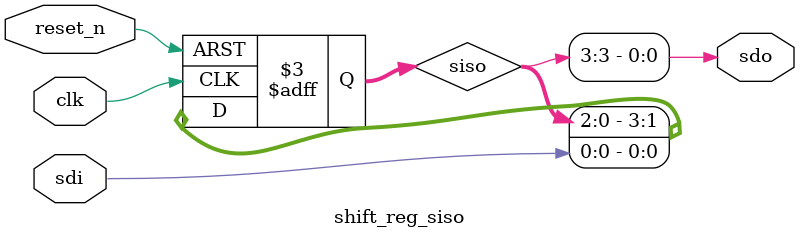
<source format=v>

module shift_reg_siso(
	input reset_n,
	input clk,
    input sdi, // serial data in
	output sdo // serial data out
    );
	
	// Internal 4 bits wide register
	reg [3:0] siso;
	
	// Async negative reset is used
	// The input data is the same as the output data
	always @(posedge clk or negedge reset_n) begin
	    if (!reset_n)
		    siso <= 4'b0;
	    else
		    siso[3:0] <= {siso[2:0], sdi};
	end

    // Connect the sdo net to the register MSB
    assign sdo = siso[3];

endmodule
</source>
